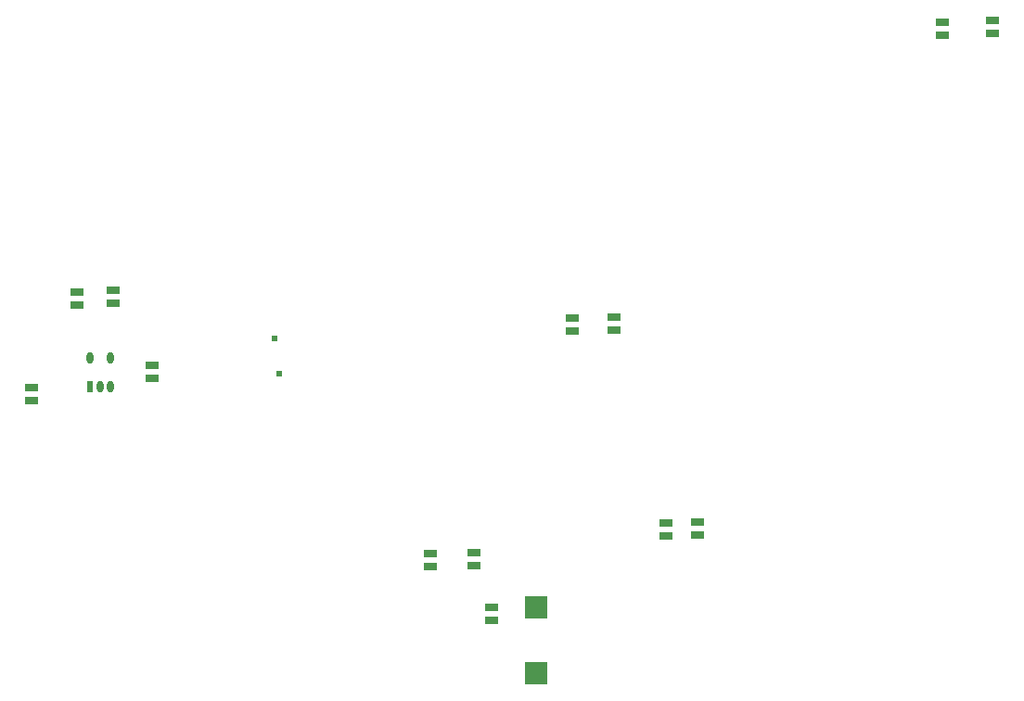
<source format=gbp>
G04*
G04 #@! TF.GenerationSoftware,Altium Limited,Altium Designer,19.1.5 (86)*
G04*
G04 Layer_Color=128*
%FSLAX25Y25*%
%MOIN*%
G70*
G01*
G75*
%ADD13R,0.05118X0.02756*%
%ADD22R,0.02362X0.01968*%
%ADD49R,0.07874X0.07874*%
%ADD58O,0.02362X0.04331*%
%ADD59R,0.02362X0.04331*%
D13*
X200306Y202862D02*
D03*
Y198138D02*
D03*
X362305Y408638D02*
D03*
Y413362D02*
D03*
X380306Y409138D02*
D03*
Y413862D02*
D03*
X64306Y312138D02*
D03*
Y316862D02*
D03*
X34806Y282000D02*
D03*
Y277276D02*
D03*
X78306Y285138D02*
D03*
Y289862D02*
D03*
X51306Y316362D02*
D03*
Y311638D02*
D03*
X262806Y233224D02*
D03*
Y228500D02*
D03*
X274306Y233500D02*
D03*
Y228776D02*
D03*
X244305Y302638D02*
D03*
Y307362D02*
D03*
X229306Y302276D02*
D03*
Y307000D02*
D03*
X193806Y222500D02*
D03*
Y217776D02*
D03*
X178305Y222362D02*
D03*
Y217638D02*
D03*
D22*
X122306Y299500D02*
D03*
X123805Y287000D02*
D03*
D49*
X216305Y179189D02*
D03*
Y202811D02*
D03*
D58*
X63286Y292500D02*
D03*
X55805D02*
D03*
X63286Y282264D02*
D03*
X59546D02*
D03*
D59*
X55805D02*
D03*
M02*

</source>
